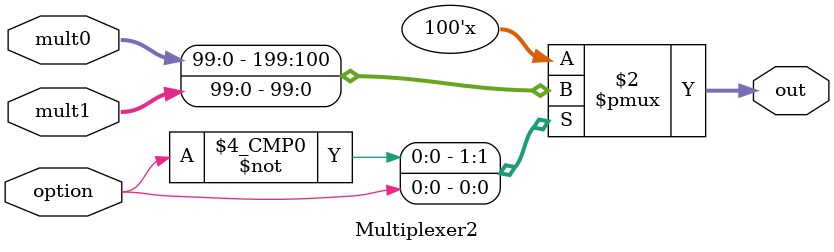
<source format=v>
`timescale 1ns / 1ps
module Multiplexer2 #(parameter N=100)(
	input option,
	input [N-1:0]mult0,
	input [N-1:0]mult1,
	
	output reg [N-1:0]out);

	always @( option or mult1 or mult0 ) begin
		case( option )
			 0 : out = mult0;
			 1 : out = mult1;
		endcase
end

endmodule

</source>
